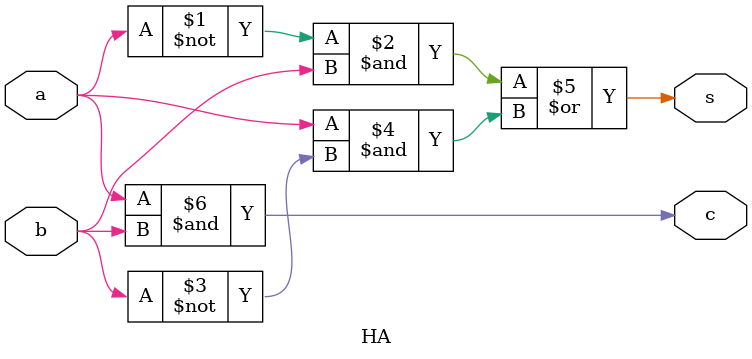
<source format=v>
`timescale 1ns / 1ps

module HA(
    input a,b,
    output s,c
    );

//sum = A XOR B 
assign s = (~a&b)|(a&~b);
//Carry = A AND B
assign c = a&b;     
    
endmodule

</source>
